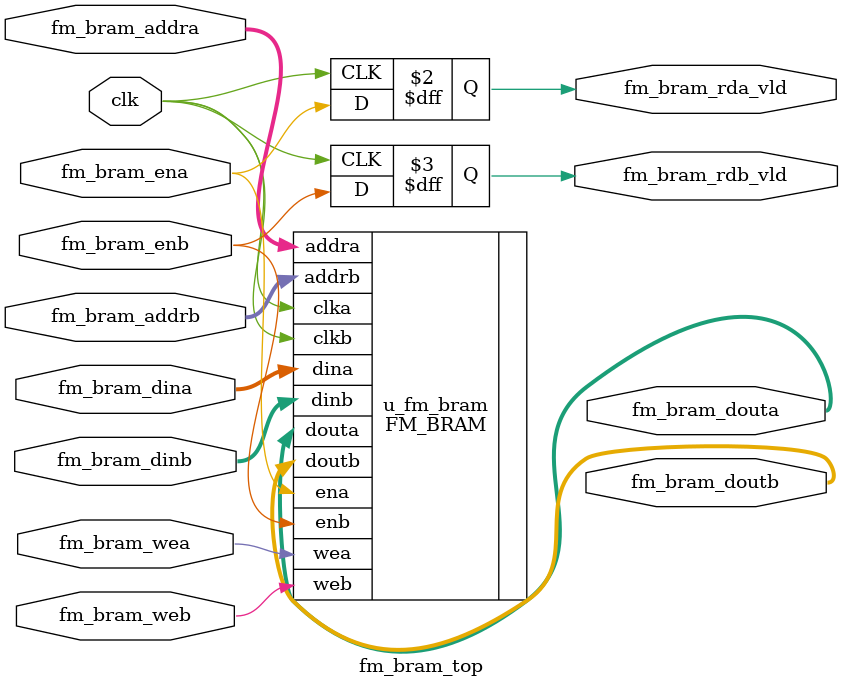
<source format=v>
`timescale 1ns / 1ps


module fm_bram_top(
    input clk,
    input fm_bram_ena,
    input fm_bram_enb,    
    input fm_bram_wea,
    input fm_bram_web,
    input [4 : 0] fm_bram_addra,
    input [1023 : 0] fm_bram_dina,
    input [4 : 0] fm_bram_addrb,
    input [1023 : 0] fm_bram_dinb,
    output [1023 : 0] fm_bram_douta,
    output [1023 : 0] fm_bram_doutb,
    output reg fm_bram_rda_vld,
    output reg fm_bram_rdb_vld
    );
    
always @ (posedge clk)
begin
   fm_bram_rda_vld <= fm_bram_ena;
   fm_bram_rdb_vld <= fm_bram_enb;
end
    
FM_BRAM u_fm_bram (
      .clka (clk),    // input wire clka
      .ena  (fm_bram_ena),      // input wire ena
      .wea  (fm_bram_wea),      // input wire [0 : 0] wea
      .addra(fm_bram_addra),  // input wire [6 : 0] addra
      .dina (fm_bram_dina),    // input wire [1023 : 0] dina
      .douta(fm_bram_douta),  // output wire [1023 : 0] douta
      .clkb (clk),    // input wire clkb
      .enb  (fm_bram_enb),      // input wire enb
      .web  (fm_bram_web),      // input wire [0 : 0] web
      .addrb(fm_bram_addrb),  // input wire [6 : 0] addrb
      .dinb (fm_bram_dinb),    // input wire [1023 : 0] dinb
      .doutb(fm_bram_doutb)  // output wire [1023 : 0] doutb
);


endmodule

</source>
